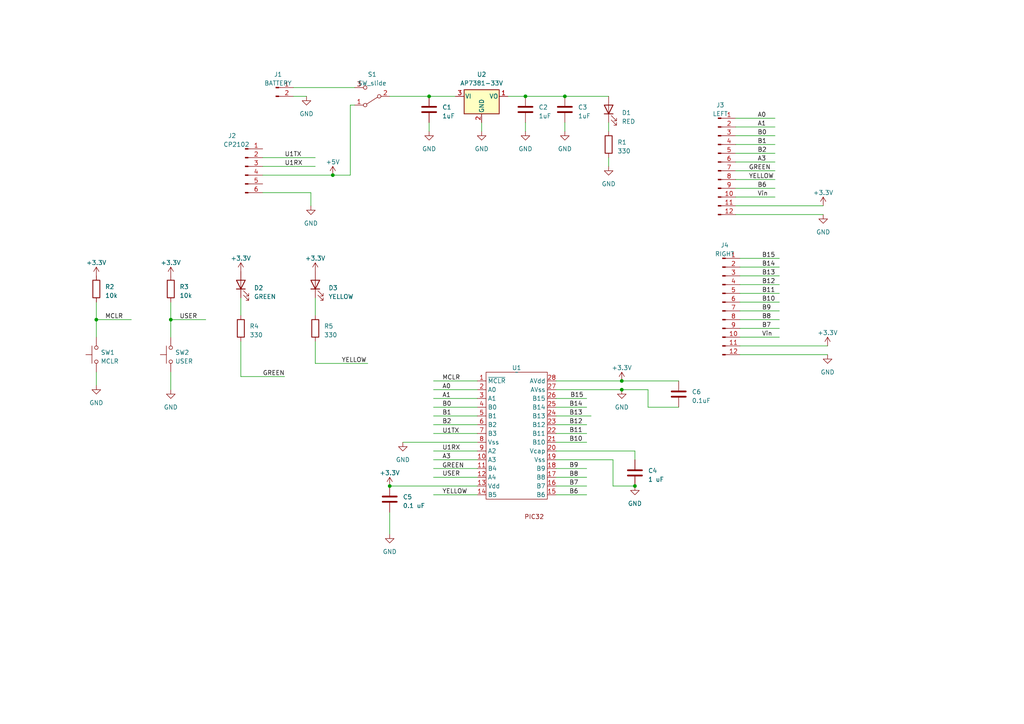
<source format=kicad_sch>
(kicad_sch (version 20230121) (generator eeschema)
  (paper "A4")
  (lib_symbols
    (symbol "Connector:Conn_01x02_Pin" (pin_names (offset 1.016) hide)
      (property "Reference" "J" (at 0 2.54 0))
      (property "Value" "Conn_01x02_Pin" (at 0 -5.08 0))
      (symbol "Conn_01x02_Pin_1_1"
        (polyline (pts (xy 1.27 -2.54) (xy 0.8636 -2.54)) (stroke (width 0.1524)))
        (polyline (pts (xy 1.27 0) (xy 0.8636 0)) (stroke (width 0.1524)))
        (rectangle (start 0.8636 -2.413) (end 0 -2.667) (stroke (width 0.1524)) (fill (type outline)))
        (rectangle (start 0.8636 0.127) (end 0 -0.127) (stroke (width 0.1524)) (fill (type outline)))
        (pin passive line (at 5.08 0 180) (length 3.81) (name "Pin_1") (number "1"))
        (pin passive line (at 5.08 -2.54 180) (length 3.81) (name "Pin_2") (number "2"))
      )
    )
    (symbol "Connector:Conn_01x06_Pin" (pin_names (offset 1.016) hide)
      (property "Reference" "J" (at 0 7.62 0))
      (property "Value" "Conn_01x06_Pin" (at 0 -10.16 0))
      (symbol "Conn_01x06_Pin_1_1"
        (polyline (pts (xy 1.27 -7.62) (xy 0.8636 -7.62)) (stroke (width 0.1524)))
        (polyline (pts (xy 1.27 -5.08) (xy 0.8636 -5.08)) (stroke (width 0.1524)))
        (polyline (pts (xy 1.27 -2.54) (xy 0.8636 -2.54)) (stroke (width 0.1524)))
        (polyline (pts (xy 1.27 0) (xy 0.8636 0)) (stroke (width 0.1524)))
        (polyline (pts (xy 1.27 2.54) (xy 0.8636 2.54)) (stroke (width 0.1524)))
        (polyline (pts (xy 1.27 5.08) (xy 0.8636 5.08)) (stroke (width 0.1524)))
        (rectangle (start 0.8636 -7.493) (end 0 -7.747) (stroke (width 0.1524)) (fill (type outline)))
        (rectangle (start 0.8636 -4.953) (end 0 -5.207) (stroke (width 0.1524)) (fill (type outline)))
        (rectangle (start 0.8636 -2.413) (end 0 -2.667) (stroke (width 0.1524)) (fill (type outline)))
        (rectangle (start 0.8636 0.127) (end 0 -0.127) (stroke (width 0.1524)) (fill (type outline)))
        (rectangle (start 0.8636 2.667) (end 0 2.413) (stroke (width 0.1524)) (fill (type outline)))
        (rectangle (start 0.8636 5.207) (end 0 4.953) (stroke (width 0.1524)) (fill (type outline)))
        (pin passive line (at 5.08 5.08 180) (length 3.81) (name "Pin_1") (number "1"))
        (pin passive line (at 5.08 2.54 180) (length 3.81) (name "Pin_2") (number "2"))
        (pin passive line (at 5.08 0 180) (length 3.81) (name "Pin_3") (number "3"))
        (pin passive line (at 5.08 -2.54 180) (length 3.81) (name "Pin_4") (number "4"))
        (pin passive line (at 5.08 -5.08 180) (length 3.81) (name "Pin_5") (number "5"))
        (pin passive line (at 5.08 -7.62 180) (length 3.81) (name "Pin_6") (number "6"))
      )
    )
    (symbol "Connector:Conn_01x12_Pin" (pin_names (offset 1.016) hide)
      (property "Reference" "J" (at 0 15.24 0))
      (property "Value" "Conn_01x12_Pin" (at 0 -17.78 0))
      (symbol "Conn_01x12_Pin_1_1"
        (polyline (pts (xy 1.27 -15.24) (xy 0.8636 -15.24)) (stroke (width 0.1524)))
        (polyline (pts (xy 1.27 -12.7) (xy 0.8636 -12.7)) (stroke (width 0.1524)))
        (polyline (pts (xy 1.27 -10.16) (xy 0.8636 -10.16)) (stroke (width 0.1524)))
        (polyline (pts (xy 1.27 -7.62) (xy 0.8636 -7.62)) (stroke (width 0.1524)))
        (polyline (pts (xy 1.27 -5.08) (xy 0.8636 -5.08)) (stroke (width 0.1524)))
        (polyline (pts (xy 1.27 -2.54) (xy 0.8636 -2.54)) (stroke (width 0.1524)))
        (polyline (pts (xy 1.27 0) (xy 0.8636 0)) (stroke (width 0.1524)))
        (polyline (pts (xy 1.27 2.54) (xy 0.8636 2.54)) (stroke (width 0.1524)))
        (polyline (pts (xy 1.27 5.08) (xy 0.8636 5.08)) (stroke (width 0.1524)))
        (polyline (pts (xy 1.27 7.62) (xy 0.8636 7.62)) (stroke (width 0.1524)))
        (polyline (pts (xy 1.27 10.16) (xy 0.8636 10.16)) (stroke (width 0.1524)))
        (polyline (pts (xy 1.27 12.7) (xy 0.8636 12.7)) (stroke (width 0.1524)))
        (rectangle (start 0.8636 -15.113) (end 0 -15.367) (stroke (width 0.1524)) (fill (type outline)))
        (rectangle (start 0.8636 -12.573) (end 0 -12.827) (stroke (width 0.1524)) (fill (type outline)))
        (rectangle (start 0.8636 -10.033) (end 0 -10.287) (stroke (width 0.1524)) (fill (type outline)))
        (rectangle (start 0.8636 -7.493) (end 0 -7.747) (stroke (width 0.1524)) (fill (type outline)))
        (rectangle (start 0.8636 -4.953) (end 0 -5.207) (stroke (width 0.1524)) (fill (type outline)))
        (rectangle (start 0.8636 -2.413) (end 0 -2.667) (stroke (width 0.1524)) (fill (type outline)))
        (rectangle (start 0.8636 0.127) (end 0 -0.127) (stroke (width 0.1524)) (fill (type outline)))
        (rectangle (start 0.8636 2.667) (end 0 2.413) (stroke (width 0.1524)) (fill (type outline)))
        (rectangle (start 0.8636 5.207) (end 0 4.953) (stroke (width 0.1524)) (fill (type outline)))
        (rectangle (start 0.8636 7.747) (end 0 7.493) (stroke (width 0.1524)) (fill (type outline)))
        (rectangle (start 0.8636 10.287) (end 0 10.033) (stroke (width 0.1524)) (fill (type outline)))
        (rectangle (start 0.8636 12.827) (end 0 12.573) (stroke (width 0.1524)) (fill (type outline)))
        (pin passive line (at 5.08 12.7 180) (length 3.81) (name "Pin_1") (number "1"))
        (pin passive line (at 5.08 -10.16 180) (length 3.81) (name "Pin_10") (number "10"))
        (pin passive line (at 5.08 -12.7 180) (length 3.81) (name "Pin_11") (number "11"))
        (pin passive line (at 5.08 -15.24 180) (length 3.81) (name "Pin_12") (number "12"))
        (pin passive line (at 5.08 10.16 180) (length 3.81) (name "Pin_2") (number "2"))
        (pin passive line (at 5.08 7.62 180) (length 3.81) (name "Pin_3") (number "3"))
        (pin passive line (at 5.08 5.08 180) (length 3.81) (name "Pin_4") (number "4"))
        (pin passive line (at 5.08 2.54 180) (length 3.81) (name "Pin_5") (number "5"))
        (pin passive line (at 5.08 0 180) (length 3.81) (name "Pin_6") (number "6"))
        (pin passive line (at 5.08 -2.54 180) (length 3.81) (name "Pin_7") (number "7"))
        (pin passive line (at 5.08 -5.08 180) (length 3.81) (name "Pin_8") (number "8"))
        (pin passive line (at 5.08 -7.62 180) (length 3.81) (name "Pin_9") (number "9"))
      )
    )
    (symbol "HW4:+3.3V" (power) (pin_names (offset 0))
      (property "Value" "+3.3V" (at 0 3.556 0))
      (symbol "+3.3V_0_1"
        (polyline (pts (xy -0.762 1.27) (xy 0 2.54)))
        (polyline (pts (xy 0 0) (xy 0 2.54)))
        (polyline (pts (xy 0 2.54) (xy 0.762 1.27)))
      )
      (symbol "+3.3V_1_1"
        (pin power_in line (at 0 0 90) (length 0) hide (name "+3.3V") (number "1"))
      )
    )
    (symbol "HW4:AP7384-33V" (pin_names (offset 0.254))
      (property "Reference" "U" (at -3.81 3.175 0))
      (property "Value" "AP7384-33V" (at 0 3.175 0))
      (symbol "AP7384-33V_0_1"
        (rectangle (start -5.08 1.905) (end 5.08 -5.08) (stroke (width 0.254)) (fill (type background)))
      )
      (symbol "AP7384-33V_1_1"
        (pin power_out line (at 7.62 0 180) (length 2.54) (name "VO") (number "1"))
        (pin power_in line (at 0 -7.62 90) (length 2.54) (name "GND") (number "2"))
        (pin power_in line (at -7.62 0 0) (length 2.54) (name "VI") (number "3"))
      )
    )
    (symbol "HW4:C" (pin_numbers hide) (pin_names (offset 0.254))
      (property "Reference" "C" (at 0.635 2.54 0))
      (property "Value" "C" (at 0.635 -2.54 0))
      (symbol "C_0_1"
        (polyline (pts (xy -2.032 -0.762) (xy 2.032 -0.762)) (stroke (width 0.508)))
        (polyline (pts (xy -2.032 0.762) (xy 2.032 0.762)) (stroke (width 0.508)))
      )
      (symbol "C_1_1"
        (pin passive line (at 0 3.81 270) (length 2.794) (name "~") (number "1"))
        (pin passive line (at 0 -3.81 90) (length 2.794) (name "~") (number "2"))
      )
    )
    (symbol "HW4:GND" (power) (pin_names (offset 0))
      (property "Value" "GND" (at 0 -3.81 0))
      (symbol "GND_0_1"
        (polyline (pts (xy 0 0) (xy 0 -1.27) (xy 1.27 -1.27) (xy 0 -2.54) (xy -1.27 -1.27) (xy 0 -1.27)))
      )
      (symbol "GND_1_1"
        (pin power_in line (at 0 0 270) (length 0) hide (name "GND") (number "1"))
      )
    )
    (symbol "HW4:LED" (pin_numbers hide) (pin_names (offset 1.016) hide)
      (property "Reference" "D" (at 0 2.54 0))
      (property "Value" "LED" (at 0 -2.54 0))
      (symbol "LED_0_1"
        (polyline (pts (xy -1.27 -1.27) (xy -1.27 1.27)) (stroke (width 0.254)))
        (polyline (pts (xy -1.27 0) (xy 1.27 0)))
        (polyline (pts (xy 1.27 -1.27) (xy 1.27 1.27) (xy -1.27 0) (xy 1.27 -1.27)) (stroke (width 0.254)))
        (polyline (pts (xy -3.048 -0.762) (xy -4.572 -2.286) (xy -3.81 -2.286) (xy -4.572 -2.286) (xy -4.572 -1.524)))
        (polyline (pts (xy -1.778 -0.762) (xy -3.302 -2.286) (xy -2.54 -2.286) (xy -3.302 -2.286) (xy -3.302 -1.524)))
      )
      (symbol "LED_1_1"
        (pin passive line (at -3.81 0 0) (length 2.54) (name "K") (number "1"))
        (pin passive line (at 3.81 0 180) (length 2.54) (name "A") (number "2"))
      )
    )
    (symbol "HW4:PIC32"
      (property "Reference" "U" (at 0 3.81 0))
      (symbol "PIC32_0_1"
        (rectangle (start -8.89 0) (end 8.89 -36.83))
      )
      (symbol "PIC32_1_1"
        (text "PIC32\n" (at 5.08 -41.91 0) (effects (font (size 1.27 1.27))))
        (pin input line (at -11.43 -2.54 0) (length 2.54) (name "~{MCLR}") (number "1"))
        (pin input line (at -11.43 -25.4 0) (length 2.54) (name "A3") (number "10"))
        (pin input line (at -11.43 -27.94 0) (length 2.54) (name "B4") (number "11"))
        (pin input line (at -11.43 -30.48 0) (length 2.54) (name "A4") (number "12"))
        (pin input line (at -11.43 -33.02 0) (length 2.54) (name "Vdd") (number "13"))
        (pin input line (at -11.43 -35.56 0) (length 2.54) (name "B5") (number "14"))
        (pin input line (at 11.43 -35.56 180) (length 2.54) (name "B6") (number "15"))
        (pin input line (at 11.43 -33.02 180) (length 2.54) (name "B7") (number "16"))
        (pin input line (at 11.43 -30.48 180) (length 2.54) (name "B8") (number "17"))
        (pin input line (at 11.43 -27.94 180) (length 2.54) (name "B9") (number "18"))
        (pin input line (at 11.43 -25.4 180) (length 2.54) (name "Vss") (number "19"))
        (pin input line (at -11.43 -5.08 0) (length 2.54) (name "A0") (number "2"))
        (pin input line (at 11.43 -22.86 180) (length 2.54) (name "Vcap") (number "20"))
        (pin input line (at 11.43 -20.32 180) (length 2.54) (name "B10") (number "21"))
        (pin input line (at 11.43 -17.78 180) (length 2.54) (name "B11") (number "22"))
        (pin input line (at 11.43 -15.24 180) (length 2.54) (name "B12") (number "23"))
        (pin input line (at 11.43 -12.7 180) (length 2.54) (name "B13") (number "24"))
        (pin input line (at 11.43 -10.16 180) (length 2.54) (name "B14") (number "25"))
        (pin input line (at 11.43 -7.62 180) (length 2.54) (name "B15") (number "26"))
        (pin input line (at 11.43 -5.08 180) (length 2.54) (name "AVss") (number "27"))
        (pin input line (at 11.43 -2.54 180) (length 2.54) (name "AVdd") (number "28"))
        (pin input line (at -11.43 -7.62 0) (length 2.54) (name "A1") (number "3"))
        (pin input line (at -11.43 -10.16 0) (length 2.54) (name "B0") (number "4"))
        (pin input line (at -11.43 -12.7 0) (length 2.54) (name "B1") (number "5"))
        (pin input line (at -11.43 -15.24 0) (length 2.54) (name "B2") (number "6"))
        (pin input line (at -11.43 -17.78 0) (length 2.54) (name "B3") (number "7"))
        (pin input line (at -11.43 -20.32 0) (length 2.54) (name "Vss") (number "8"))
        (pin input line (at -11.43 -22.86 0) (length 2.54) (name "A2") (number "9"))
      )
    )
    (symbol "HW4:R" (pin_numbers hide) (pin_names (offset 0))
      (property "Reference" "R" (at 2.032 0 90))
      (property "Value" "R" (at 0 0 90))
      (symbol "R_0_1"
        (rectangle (start -1.016 -2.54) (end 1.016 2.54) (stroke (width 0.254)))
      )
      (symbol "R_1_1"
        (pin passive line (at 0 3.81 270) (length 1.27) (name "~") (number "1"))
        (pin passive line (at 0 -3.81 90) (length 1.27) (name "~") (number "2"))
      )
    )
    (symbol "Switch:SW_Push" (pin_numbers hide) (pin_names (offset 1.016) hide)
      (property "Reference" "SW" (at 1.27 2.54 0))
      (property "Value" "SW_Push" (at 0 -1.524 0))
      (symbol "SW_Push_0_1"
        (circle (center -2.032 0) (radius 0.508))
        (polyline (pts (xy 0 1.27) (xy 0 3.048)))
        (polyline (pts (xy 2.54 1.27) (xy -2.54 1.27)))
        (circle (center 2.032 0) (radius 0.508))
        (pin passive line (at -5.08 0 0) (length 2.54) (name "1") (number "1"))
        (pin passive line (at 5.08 0 180) (length 2.54) (name "2") (number "2"))
      )
    )
    (symbol "Switch:SW_SPDT" (pin_names (offset 0) hide)
      (property "Reference" "SW" (at 0 4.318 0))
      (property "Value" "SW_SPDT" (at 0 -5.08 0))
      (symbol "SW_SPDT_0_0"
        (circle (center -2.032 0) (radius 0.508))
        (circle (center 2.032 -2.54) (radius 0.508))
      )
      (symbol "SW_SPDT_0_1"
        (polyline (pts (xy -1.524 0.254) (xy 1.651 2.286)))
        (circle (center 2.032 2.54) (radius 0.508))
      )
      (symbol "SW_SPDT_1_1"
        (pin passive line (at 5.08 2.54 180) (length 2.54) (name "A") (number "1"))
        (pin passive line (at -5.08 0 0) (length 2.54) (name "B") (number "2"))
        (pin passive line (at 5.08 -2.54 180) (length 2.54) (name "C") (number "3"))
      )
    )
    (symbol "power:+5V" (power) (pin_names (offset 0))
      (property "Value" "+5V" (at 0 3.556 0))
      (symbol "+5V_0_1"
        (polyline (pts (xy -0.762 1.27) (xy 0 2.54)))
        (polyline (pts (xy 0 0) (xy 0 2.54)))
        (polyline (pts (xy 0 2.54) (xy 0.762 1.27)))
      )
      (symbol "+5V_1_1"
        (pin power_in line (at 0 0 90) (length 0) hide (name "+5V") (number "1"))
      )
    )
  )
  (junction (at 152.4 27.94))
  (junction (at 113.03 140.97))
  (junction (at 96.52 50.8))
  (junction (at 184.15 140.97))
  (junction (at 163.83 27.94))
  (junction (at 27.94 92.71))
  (junction (at 180.34 113.03))
  (junction (at 49.53 92.71))
  (junction (at 124.46 27.94))
  (junction (at 180.34 110.49))
  (wire (pts (xy 96.52 50.8) (xy 101.6 50.8)))
  (wire (pts (xy 214.63 90.17) (xy 226.06 90.17)))
  (wire (pts (xy 214.63 95.25) (xy 226.06 95.25)))
  (wire (pts (xy 214.63 85.09) (xy 226.06 85.09)))
  (wire (pts (xy 213.36 41.91) (xy 224.79 41.91)))
  (wire (pts (xy 161.29 113.03) (xy 180.34 113.03)))
  (wire (pts (xy 125.73 130.81) (xy 138.43 130.81)))
  (wire (pts (xy 213.36 49.53) (xy 224.79 49.53)))
  (wire (pts (xy 85.09 27.94) (xy 88.9 27.94)))
  (wire (pts (xy 125.73 135.89) (xy 138.43 135.89)))
  (wire (pts (xy 213.36 62.23) (xy 238.76 62.23)))
  (wire (pts (xy 161.29 140.97) (xy 170.18 140.97)))
  (wire (pts (xy 213.36 46.99) (xy 224.79 46.99)))
  (wire (pts (xy 161.29 133.35) (xy 177.8 133.35)))
  (wire (pts (xy 161.29 115.57) (xy 170.18 115.57)))
  (wire (pts (xy 177.8 140.97) (xy 184.15 140.97)))
  (wire (pts (xy 213.36 44.45) (xy 224.79 44.45)))
  (wire (pts (xy 49.53 92.71) (xy 59.69 92.71)))
  (wire (pts (xy 152.4 35.56) (xy 152.4 38.1)))
  (wire (pts (xy 102.87 30.48) (xy 101.6 30.48)))
  (wire (pts (xy 69.85 99.06) (xy 69.85 109.22)))
  (wire (pts (xy 161.29 120.65) (xy 171.45 120.65)))
  (wire (pts (xy 101.6 30.48) (xy 101.6 50.8)))
  (wire (pts (xy 125.73 143.51) (xy 138.43 143.51)))
  (wire (pts (xy 113.03 140.97) (xy 138.43 140.97)))
  (wire (pts (xy 49.53 107.95) (xy 49.53 113.03)))
  (wire (pts (xy 125.73 133.35) (xy 138.43 133.35)))
  (wire (pts (xy 152.4 27.94) (xy 163.83 27.94)))
  (wire (pts (xy 161.29 125.73) (xy 170.18 125.73)))
  (wire (pts (xy 214.63 97.79) (xy 226.06 97.79)))
  (wire (pts (xy 213.36 39.37) (xy 224.79 39.37)))
  (wire (pts (xy 125.73 110.49) (xy 138.43 110.49)))
  (wire (pts (xy 27.94 87.63) (xy 27.94 92.71)))
  (wire (pts (xy 214.63 102.87) (xy 240.03 102.87)))
  (wire (pts (xy 76.2 48.26) (xy 91.44 48.26)))
  (wire (pts (xy 76.2 55.88) (xy 90.17 55.88)))
  (wire (pts (xy 214.63 82.55) (xy 226.06 82.55)))
  (wire (pts (xy 180.34 113.03) (xy 187.96 113.03)))
  (wire (pts (xy 213.36 59.69) (xy 238.76 59.69)))
  (wire (pts (xy 124.46 35.56) (xy 124.46 38.1)))
  (wire (pts (xy 125.73 138.43) (xy 138.43 138.43)))
  (wire (pts (xy 27.94 92.71) (xy 27.94 97.79)))
  (wire (pts (xy 214.63 92.71) (xy 226.06 92.71)))
  (wire (pts (xy 187.96 118.11) (xy 196.85 118.11)))
  (wire (pts (xy 69.85 86.36) (xy 69.85 91.44)))
  (wire (pts (xy 214.63 77.47) (xy 226.06 77.47)))
  (wire (pts (xy 161.29 138.43) (xy 170.18 138.43)))
  (wire (pts (xy 163.83 35.56) (xy 163.83 38.1)))
  (wire (pts (xy 85.09 25.4) (xy 102.87 25.4)))
  (wire (pts (xy 113.03 148.59) (xy 113.03 154.94)))
  (wire (pts (xy 49.53 87.63) (xy 49.53 92.71)))
  (wire (pts (xy 161.29 118.11) (xy 170.18 118.11)))
  (wire (pts (xy 161.29 130.81) (xy 184.15 130.81)))
  (wire (pts (xy 184.15 130.81) (xy 184.15 133.35)))
  (wire (pts (xy 214.63 74.93) (xy 226.06 74.93)))
  (wire (pts (xy 76.2 45.72) (xy 91.44 45.72)))
  (wire (pts (xy 125.73 123.19) (xy 138.43 123.19)))
  (wire (pts (xy 76.2 50.8) (xy 96.52 50.8)))
  (wire (pts (xy 91.44 86.36) (xy 91.44 91.44)))
  (wire (pts (xy 161.29 143.51) (xy 170.18 143.51)))
  (wire (pts (xy 69.85 109.22) (xy 82.55 109.22)))
  (wire (pts (xy 49.53 92.71) (xy 49.53 97.79)))
  (wire (pts (xy 125.73 115.57) (xy 138.43 115.57)))
  (wire (pts (xy 214.63 100.33) (xy 240.03 100.33)))
  (wire (pts (xy 177.8 133.35) (xy 177.8 140.97)))
  (wire (pts (xy 161.29 110.49) (xy 180.34 110.49)))
  (wire (pts (xy 27.94 92.71) (xy 38.1 92.71)))
  (wire (pts (xy 161.29 123.19) (xy 170.18 123.19)))
  (wire (pts (xy 180.34 110.49) (xy 196.85 110.49)))
  (wire (pts (xy 91.44 105.41) (xy 106.68 105.41)))
  (wire (pts (xy 163.83 27.94) (xy 176.53 27.94)))
  (wire (pts (xy 124.46 27.94) (xy 132.08 27.94)))
  (wire (pts (xy 116.84 128.27) (xy 138.43 128.27)))
  (wire (pts (xy 161.29 128.27) (xy 170.18 128.27)))
  (wire (pts (xy 176.53 35.56) (xy 176.53 38.1)))
  (wire (pts (xy 213.36 52.07) (xy 224.79 52.07)))
  (wire (pts (xy 113.03 27.94) (xy 124.46 27.94)))
  (wire (pts (xy 125.73 113.03) (xy 138.43 113.03)))
  (wire (pts (xy 125.73 120.65) (xy 138.43 120.65)))
  (wire (pts (xy 176.53 45.72) (xy 176.53 48.26)))
  (wire (pts (xy 213.36 34.29) (xy 224.79 34.29)))
  (wire (pts (xy 125.73 125.73) (xy 138.43 125.73)))
  (wire (pts (xy 213.36 57.15) (xy 224.79 57.15)))
  (wire (pts (xy 213.36 54.61) (xy 224.79 54.61)))
  (wire (pts (xy 91.44 99.06) (xy 91.44 105.41)))
  (wire (pts (xy 125.73 118.11) (xy 138.43 118.11)))
  (wire (pts (xy 213.36 36.83) (xy 224.79 36.83)))
  (wire (pts (xy 214.63 87.63) (xy 226.06 87.63)))
  (wire (pts (xy 139.7 35.56) (xy 139.7 38.1)))
  (wire (pts (xy 214.63 80.01) (xy 226.06 80.01)))
  (wire (pts (xy 27.94 107.95) (xy 27.94 111.76)))
  (wire (pts (xy 161.29 135.89) (xy 170.18 135.89)))
  (wire (pts (xy 187.96 113.03) (xy 187.96 118.11)))
  (wire (pts (xy 90.17 55.88) (xy 90.17 59.69)))
  (wire (pts (xy 147.32 27.94) (xy 152.4 27.94)))
  (label "Vin" (at 219.71 57.15 0))
  (label "A3" (at 128.27 133.35 0))
  (label "MCLR" (at 30.48 92.71 0))
  (label "YELLOW" (at 128.27 143.51 0))
  (label "B15" (at 165.3896 115.5282 0))
  (label "B6" (at 219.71 54.61 0))
  (label "B0" (at 219.71 39.37 0))
  (label "B1" (at 128.27 120.65 0))
  (label "B15" (at 220.98 74.93 0))
  (label "A1" (at 219.71 36.83 0))
  (label "U1RX" (at 82.55 48.26 0))
  (label "B6" (at 165.1 143.51 0))
  (label "USER" (at 128.2944 138.3612 0))
  (label "MCLR" (at 128.27 110.49 0))
  (label "USER" (at 52.07 92.71 0))
  (label "U1TX" (at 82.55 45.72 0))
  (label "A3" (at 219.71 46.99 0))
  (label "B11" (at 220.98 85.09 0))
  (label "B14" (at 220.98 77.47 0))
  (label "B2" (at 219.71 44.45 0))
  (label "B0" (at 128.27 118.11 0))
  (label "Vin" (at 220.98 97.79 0))
  (label "B2" (at 128.27 123.19 0))
  (label "B14" (at 165.1 118.11 0))
  (label "GREEN" (at 217.17 49.53 0))
  (label "B10" (at 165.1 128.27 0))
  (label "B7" (at 165.1 140.97 0))
  (label "A0" (at 128.27 113.03 0))
  (label "B9" (at 220.98 90.17 0))
  (label "B8" (at 165.1 138.43 0))
  (label "B9" (at 165.1 135.89 0))
  (label "U1RX" (at 128.27 130.81 0))
  (label "GREEN" (at 128.232 135.9888 0))
  (label "B8" (at 220.98 92.71 0))
  (label "B13" (at 220.98 80.01 0))
  (label "B10" (at 220.98 87.63 0))
  (label "B13" (at 165.1 120.65 0))
  (label "A1" (at 128.27 115.57 0))
  (label "GREEN" (at 76.2 109.22 0))
  (label "B11" (at 165.1 125.73 0))
  (label "B1" (at 219.71 41.91 0))
  (label "B7" (at 220.98 95.25 0))
  (label "U1TX" (at 128.2942 125.8937 0))
  (label "YELLOW" (at 217.17 52.07 0))
  (label "A0" (at 219.71 34.29 0))
  (label "B12" (at 220.98 82.55 0))
  (label "B12" (at 165.1 123.19 0))
  (label "YELLOW" (at 99.06 105.41 0))
  (symbol (lib_id "HW4:+3.3V") (at 49.53 80.01 0) (unit 1)
    (property "Reference" "#PWR015" (effects hide))
    (property "Value" "+3.3V" (at 49.53 76.2 0))
  )
  (symbol (lib_id "HW4:GND") (at 27.94 111.76 0) (unit 1)
    (property "Reference" "#PWR016" (effects hide))
    (property "Value" "GND" (at 27.94 116.84 0))
  )
  (symbol (lib_id "HW4:GND") (at 163.83 38.1 0) (unit 1)
    (property "Reference" "#PWR09" (effects hide))
    (property "Value" "GND" (at 163.83 43.18 0))
  )
  (symbol (lib_id "HW4:C") (at 124.46 31.75 0) (unit 1)
    (property "Reference" "C1" (at 128.27 31.115 0) (effects (justify left)))
    (property "Value" "1uF" (at 128.27 33.655 0) (effects (justify left)))
    (property "Footprint" "Capacitor_THT:C_Disc_D5.1mm_W3.2mm_P5.00mm" (effects hide))
  )
  (symbol (lib_id "HW4:GND") (at 88.9 27.94 0) (unit 1)
    (property "Reference" "#PWR020" (effects hide))
    (property "Value" "GND" (at 88.9 33.02 0))
  )
  (symbol (lib_id "Switch:SW_Push") (at 27.94 102.87 90) (unit 1)
    (property "Reference" "SW1" (at 29.21 102.235 90) (effects (justify right)))
    (property "Value" "MCLR" (at 29.21 104.775 90) (effects (justify right)))
    (property "Footprint" "PICBOARD:pushb" (effects hide))
  )
  (symbol (lib_id "HW4:C") (at 152.4 31.75 0) (unit 1)
    (property "Reference" "C2" (at 156.21 31.115 0) (effects (justify left)))
    (property "Value" "1uF" (at 156.21 33.655 0) (effects (justify left)))
    (property "Footprint" "Capacitor_THT:C_Disc_D5.1mm_W3.2mm_P5.00mm" (effects hide))
  )
  (symbol (lib_id "HW4:LED") (at 91.44 82.55 90) (unit 1)
    (property "Reference" "D3" (at 95.25 83.5025 90) (effects (justify right)))
    (property "Value" "YELLOW" (at 95.25 86.0425 90) (effects (justify right)))
    (property "Footprint" "LED_THT:LED_D3.0mm" (effects hide))
  )
  (symbol (lib_id "HW4:R") (at 176.53 41.91 0) (unit 1)
    (property "Reference" "R1" (at 179.07 41.275 0) (effects (justify left)))
    (property "Value" "330" (at 179.07 43.815 0) (effects (justify left)))
    (property "Footprint" "Resistor_THT:R_Axial_DIN0207_L6.3mm_D2.5mm_P7.62mm_Horizontal" (effects hide))
  )
  (symbol (lib_id "Connector:Conn_01x12_Pin") (at 209.55 87.63 0) (unit 1)
    (property "Reference" "J4" (at 210.185 71.12 0))
    (property "Value" "RIGHT" (at 210.185 73.66 0))
    (property "Footprint" "Connector_PinSocket_2.54mm:PinSocket_1x12_P2.54mm_Vertical" (effects hide))
  )
  (symbol (lib_id "HW4:C") (at 163.83 31.75 0) (unit 1)
    (property "Reference" "C3" (at 167.64 31.115 0) (effects (justify left)))
    (property "Value" "1uF" (at 167.64 33.655 0) (effects (justify left)))
    (property "Footprint" "Capacitor_THT:C_Disc_D5.1mm_W3.2mm_P5.00mm" (effects hide))
  )
  (symbol (lib_id "HW4:GND") (at 116.84 128.27 0) (unit 1)
    (property "Reference" "#PWR04" (effects hide))
    (property "Value" "GND" (at 116.84 133.35 0))
  )
  (symbol (lib_id "HW4:GND") (at 180.34 113.03 0) (unit 1)
    (property "Reference" "#PWR02" (effects hide))
    (property "Value" "GND" (at 180.34 118.11 0))
  )
  (symbol (lib_id "power:+5V") (at 96.52 50.8 0) (unit 1)
    (property "Reference" "#PWR018" (effects hide))
    (property "Value" "+5V" (at 96.52 46.99 0))
  )
  (symbol (lib_id "HW4:C") (at 184.15 137.16 0) (unit 1)
    (property "Reference" "C4" (at 187.96 136.525 0) (effects (justify left)))
    (property "Value" "1 uF" (at 187.96 139.065 0) (effects (justify left)))
    (property "Footprint" "Capacitor_THT:C_Disc_D5.1mm_W3.2mm_P5.00mm" (effects hide))
  )
  (symbol (lib_id "Connector:Conn_01x02_Pin") (at 80.01 25.4 0) (unit 1)
    (property "Reference" "J1" (at 80.645 21.59 0))
    (property "Value" "BATTERY" (at 80.645 24.13 0))
    (property "Footprint" "Connector_PinSocket_2.54mm:PinSocket_1x02_P2.54mm_Vertical" (effects hide))
  )
  (symbol (lib_id "HW4:+3.3V") (at 27.94 80.01 0) (unit 1)
    (property "Reference" "#PWR014" (effects hide))
    (property "Value" "+3.3V" (at 27.94 76.2 0))
  )
  (symbol (lib_id "HW4:GND") (at 49.53 113.03 0) (unit 1)
    (property "Reference" "#PWR017" (effects hide))
    (property "Value" "GND" (at 49.53 118.11 0))
  )
  (symbol (lib_id "HW4:+3.3V") (at 180.34 110.49 0) (unit 1)
    (property "Reference" "#PWR01" (effects hide))
    (property "Value" "+3.3V" (at 180.34 106.68 0))
  )
  (symbol (lib_id "HW4:+3.3V") (at 240.03 100.33 0) (unit 1)
    (property "Reference" "#PWR023" (effects hide))
    (property "Value" "+3.3V" (at 240.03 96.52 0))
  )
  (symbol (lib_id "Connector:Conn_01x06_Pin") (at 71.12 48.26 0) (unit 1)
    (property "Reference" "J2" (at 67.31 39.37 0))
    (property "Value" "CP2102" (at 68.58 41.91 0))
    (property "Footprint" "Connector_PinSocket_2.54mm:PinSocket_1x06_P2.54mm_Vertical" (effects hide))
  )
  (symbol (lib_id "HW4:GND") (at 124.46 38.1 0) (unit 1)
    (property "Reference" "#PWR011" (effects hide))
    (property "Value" "GND" (at 124.46 43.18 0))
  )
  (symbol (lib_id "HW4:+3.3V") (at 69.85 78.74 0) (unit 1)
    (property "Reference" "#PWR012" (effects hide))
    (property "Value" "+3.3V" (at 69.85 74.93 0))
  )
  (symbol (lib_id "Switch:SW_SPDT") (at 107.95 27.94 180) (unit 1)
    (property "Reference" "S1" (at 107.95 21.59 0))
    (property "Value" "SW_slide" (at 107.95 24.13 0))
    (property "Footprint" "PICBOARD:slide" (effects hide))
  )
  (symbol (lib_id "HW4:+3.3V") (at 238.76 59.69 0) (unit 1)
    (property "Reference" "#PWR022" (effects hide))
    (property "Value" "+3.3V" (at 238.76 55.88 0))
  )
  (symbol (lib_id "HW4:GND") (at 90.17 59.69 0) (unit 1)
    (property "Reference" "#PWR019" (effects hide))
    (property "Value" "GND" (at 90.17 64.77 0))
  )
  (symbol (lib_id "HW4:GND") (at 240.03 102.87 0) (unit 1)
    (property "Reference" "#PWR024" (effects hide))
    (property "Value" "GND" (at 240.03 107.95 0))
  )
  (symbol (lib_id "HW4:GND") (at 139.7 38.1 0) (unit 1)
    (property "Reference" "#PWR07" (effects hide))
    (property "Value" "GND" (at 139.7 43.18 0))
  )
  (symbol (lib_id "HW4:LED") (at 69.85 82.55 90) (unit 1)
    (property "Reference" "D2" (at 73.66 83.5025 90) (effects (justify right)))
    (property "Value" "GREEN" (at 73.66 86.0425 90) (effects (justify right)))
    (property "Footprint" "LED_THT:LED_D3.0mm" (effects hide))
  )
  (symbol (lib_id "HW4:R") (at 69.85 95.25 0) (unit 1)
    (property "Reference" "R4" (at 72.39 94.615 0) (effects (justify left)))
    (property "Value" "330" (at 72.39 97.155 0) (effects (justify left)))
    (property "Footprint" "Resistor_THT:R_Axial_DIN0207_L6.3mm_D2.5mm_P7.62mm_Horizontal" (effects hide))
  )
  (symbol (lib_id "Connector:Conn_01x12_Pin") (at 208.28 46.99 0) (unit 1)
    (property "Reference" "J3" (at 208.915 30.48 0))
    (property "Value" "LEFT" (at 208.915 33.02 0))
    (property "Footprint" "Connector_PinSocket_2.54mm:PinSocket_1x12_P2.54mm_Vertical" (effects hide))
  )
  (symbol (lib_id "Switch:SW_Push") (at 49.53 102.87 90) (unit 1)
    (property "Reference" "SW2" (at 50.8 102.235 90) (effects (justify right)))
    (property "Value" "USER" (at 50.8 104.775 90) (effects (justify right)))
    (property "Footprint" "PICBOARD:pushb" (effects hide))
  )
  (symbol (lib_id "HW4:GND") (at 238.76 62.23 0) (unit 1)
    (property "Reference" "#PWR021" (effects hide))
    (property "Value" "GND" (at 238.76 67.31 0))
  )
  (symbol (lib_id "HW4:+3.3V") (at 113.03 140.97 0) (unit 1)
    (property "Reference" "#PWR05" (effects hide))
    (property "Value" "+3.3V" (at 113.03 137.16 0))
  )
  (symbol (lib_id "HW4:R") (at 27.94 83.82 0) (unit 1)
    (property "Reference" "R2" (at 30.48 83.185 0) (effects (justify left)))
    (property "Value" "10k" (at 30.48 85.725 0) (effects (justify left)))
    (property "Footprint" "Resistor_THT:R_Axial_DIN0207_L6.3mm_D2.5mm_P7.62mm_Horizontal" (effects hide))
  )
  (symbol (lib_id "HW4:C") (at 196.85 114.3 0) (unit 1)
    (property "Reference" "C6" (at 200.66 113.665 0) (effects (justify left)))
    (property "Value" "0.1uF" (at 200.66 116.205 0) (effects (justify left)))
    (property "Footprint" "Capacitor_THT:C_Disc_D3.4mm_W2.1mm_P2.50mm" (effects hide))
  )
  (symbol (lib_id "HW4:GND") (at 113.03 154.94 0) (unit 1)
    (property "Reference" "#PWR06" (effects hide))
    (property "Value" "GND" (at 113.03 160.02 0))
  )
  (symbol (lib_id "HW4:R") (at 49.53 83.82 0) (unit 1)
    (property "Reference" "R3" (at 52.07 83.185 0) (effects (justify left)))
    (property "Value" "10k" (at 52.07 85.725 0) (effects (justify left)))
    (property "Footprint" "Resistor_THT:R_Axial_DIN0207_L6.3mm_D2.5mm_P7.62mm_Horizontal" (effects hide))
  )
  (symbol (lib_id "HW4:PIC32") (at 149.86 107.95 0) (unit 1)
    (property "Reference" "U1" (at 149.86 106.68 0))
    (property "Value" "~" (at 149.86 107.95 0))
    (property "Footprint" "Package_DIP:DIP-28_W7.62mm_Socket" (effects hide))
  )
  (symbol (lib_id "HW4:+3.3V") (at 91.44 78.74 0) (unit 1)
    (property "Reference" "#PWR013" (effects hide))
    (property "Value" "+3.3V" (at 91.44 74.93 0))
  )
  (symbol (lib_id "HW4:GND") (at 152.4 38.1 0) (unit 1)
    (property "Reference" "#PWR08" (effects hide))
    (property "Value" "GND" (at 152.4 43.18 0))
  )
  (symbol (lib_id "HW4:AP7384-33V") (at 139.7 27.94 0) (unit 1)
    (property "Reference" "U2" (at 139.7 21.59 0))
    (property "Value" "AP7381-33V" (at 139.7 24.13 0))
    (property "Footprint" "Package_TO_SOT_THT:TO-92L_Inline" (effects hide))
  )
  (symbol (lib_id "HW4:R") (at 91.44 95.25 0) (unit 1)
    (property "Reference" "R5" (at 93.98 94.615 0) (effects (justify left)))
    (property "Value" "330" (at 93.98 97.155 0) (effects (justify left)))
    (property "Footprint" "Resistor_THT:R_Axial_DIN0207_L6.3mm_D2.5mm_P7.62mm_Horizontal" (effects hide))
  )
  (symbol (lib_id "HW4:GND") (at 176.53 48.26 0) (unit 1)
    (property "Reference" "#PWR010" (effects hide))
    (property "Value" "GND" (at 176.53 53.34 0))
  )
  (symbol (lib_id "HW4:C") (at 113.03 144.78 0) (unit 1)
    (property "Reference" "C5" (at 116.84 144.145 0) (effects (justify left)))
    (property "Value" "0.1 uF" (at 116.84 146.685 0) (effects (justify left)))
    (property "Footprint" "Capacitor_THT:C_Disc_D3.4mm_W2.1mm_P2.50mm" (effects hide))
  )
  (symbol (lib_id "HW4:LED") (at 176.53 31.75 90) (unit 1)
    (property "Reference" "D1" (at 180.34 32.7025 90) (effects (justify right)))
    (property "Value" "RED" (at 180.34 35.2425 90) (effects (justify right)))
    (property "Footprint" "LED_THT:LED_D3.0mm" (effects hide))
  )
  (symbol (lib_id "HW4:GND") (at 184.15 140.97 0) (unit 1)
    (property "Reference" "#PWR03" (effects hide))
    (property "Value" "GND" (at 184.15 146.05 0))
  )
)
</source>
